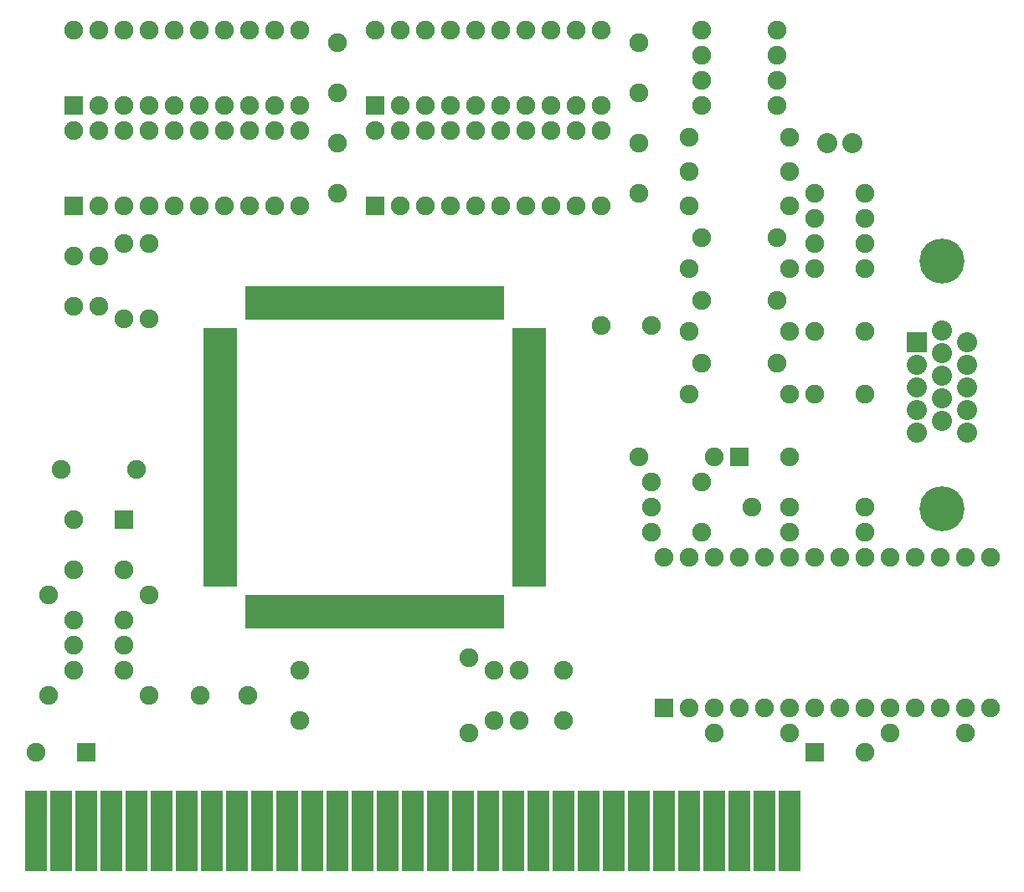
<source format=gts>
G04 #@! TF.FileFunction,Soldermask,Top*
%FSLAX46Y46*%
G04 Gerber Fmt 4.6, Leading zero omitted, Abs format (unit mm)*
G04 Created by KiCad (PCBNEW 4.0.2-stable) date 4/22/2016 8:04:33 PM*
%MOMM*%
G01*
G04 APERTURE LIST*
%ADD10C,0.150000*%
%ADD11R,1.905000X1.905000*%
%ADD12C,1.905000*%
%ADD13R,2.286000X8.128000*%
%ADD14C,4.556760*%
%ADD15R,2.032000X2.032000*%
%ADD16C,2.032000*%
%ADD17R,3.507740X0.858520*%
%ADD18R,0.858520X3.507740*%
%ADD19O,2.032000X2.032000*%
G04 APERTURE END LIST*
D10*
D11*
X167640000Y-118110000D03*
D12*
X170180000Y-118110000D03*
X172720000Y-118110000D03*
X175260000Y-118110000D03*
X177800000Y-118110000D03*
X180340000Y-118110000D03*
X182880000Y-118110000D03*
X185420000Y-118110000D03*
X187960000Y-118110000D03*
X190500000Y-118110000D03*
X193040000Y-118110000D03*
X195580000Y-118110000D03*
X198120000Y-118110000D03*
X200660000Y-118110000D03*
X200660000Y-102870000D03*
X198120000Y-102870000D03*
X195580000Y-102870000D03*
X193040000Y-102870000D03*
X190500000Y-102870000D03*
X187960000Y-102870000D03*
X185420000Y-102870000D03*
X182880000Y-102870000D03*
X180340000Y-102870000D03*
X177800000Y-102870000D03*
X175260000Y-102870000D03*
X172720000Y-102870000D03*
X170180000Y-102870000D03*
X167640000Y-102870000D03*
X113030000Y-78740000D03*
X113030000Y-71120000D03*
X171450000Y-52070000D03*
X179070000Y-52070000D03*
X179070000Y-57150000D03*
X171450000Y-57150000D03*
X180340000Y-120650000D03*
X172720000Y-120650000D03*
X171450000Y-54610000D03*
X179070000Y-54610000D03*
X165100000Y-92710000D03*
X172720000Y-92710000D03*
X171450000Y-70485000D03*
X179070000Y-70485000D03*
X171450000Y-76835000D03*
X179070000Y-76835000D03*
X171450000Y-83185000D03*
X179070000Y-83185000D03*
X147955000Y-120650000D03*
X147955000Y-113030000D03*
X115570000Y-78740000D03*
X115570000Y-71120000D03*
X198120000Y-120650000D03*
X190500000Y-120650000D03*
X187960000Y-97790000D03*
X180340000Y-97790000D03*
X187960000Y-100330000D03*
X180340000Y-100330000D03*
X171450000Y-49530000D03*
X179070000Y-49530000D03*
X106680000Y-93980000D03*
X114300000Y-93980000D03*
D11*
X138430000Y-57150000D03*
D12*
X140970000Y-57150000D03*
X143510000Y-57150000D03*
X146050000Y-57150000D03*
X148590000Y-57150000D03*
X151130000Y-57150000D03*
X153670000Y-57150000D03*
X156210000Y-57150000D03*
X158750000Y-57150000D03*
X161290000Y-57150000D03*
X161290000Y-49530000D03*
X158750000Y-49530000D03*
X156210000Y-49530000D03*
X153670000Y-49530000D03*
X151130000Y-49530000D03*
X148590000Y-49530000D03*
X146050000Y-49530000D03*
X143510000Y-49530000D03*
X140970000Y-49530000D03*
X138430000Y-49530000D03*
D11*
X107950000Y-57150000D03*
D12*
X110490000Y-57150000D03*
X113030000Y-57150000D03*
X115570000Y-57150000D03*
X118110000Y-57150000D03*
X120650000Y-57150000D03*
X123190000Y-57150000D03*
X125730000Y-57150000D03*
X128270000Y-57150000D03*
X130810000Y-57150000D03*
X130810000Y-49530000D03*
X128270000Y-49530000D03*
X125730000Y-49530000D03*
X123190000Y-49530000D03*
X120650000Y-49530000D03*
X118110000Y-49530000D03*
X115570000Y-49530000D03*
X113030000Y-49530000D03*
X110490000Y-49530000D03*
X107950000Y-49530000D03*
D11*
X138430000Y-67310000D03*
D12*
X140970000Y-67310000D03*
X143510000Y-67310000D03*
X146050000Y-67310000D03*
X148590000Y-67310000D03*
X151130000Y-67310000D03*
X153670000Y-67310000D03*
X156210000Y-67310000D03*
X158750000Y-67310000D03*
X161290000Y-67310000D03*
X161290000Y-59690000D03*
X158750000Y-59690000D03*
X156210000Y-59690000D03*
X153670000Y-59690000D03*
X151130000Y-59690000D03*
X148590000Y-59690000D03*
X146050000Y-59690000D03*
X143510000Y-59690000D03*
X140970000Y-59690000D03*
X138430000Y-59690000D03*
D11*
X107950000Y-67310000D03*
D12*
X110490000Y-67310000D03*
X113030000Y-67310000D03*
X115570000Y-67310000D03*
X118110000Y-67310000D03*
X120650000Y-67310000D03*
X123190000Y-67310000D03*
X125730000Y-67310000D03*
X128270000Y-67310000D03*
X130810000Y-67310000D03*
X130810000Y-59690000D03*
X128270000Y-59690000D03*
X125730000Y-59690000D03*
X123190000Y-59690000D03*
X120650000Y-59690000D03*
X118110000Y-59690000D03*
X115570000Y-59690000D03*
X113030000Y-59690000D03*
X110490000Y-59690000D03*
X107950000Y-59690000D03*
D11*
X113030000Y-99060000D03*
D12*
X107950000Y-99060000D03*
X161290000Y-79375000D03*
X166370000Y-79375000D03*
X166370000Y-100330000D03*
X171450000Y-100330000D03*
X165100000Y-66040000D03*
X165100000Y-60960000D03*
X134620000Y-66040000D03*
X134620000Y-60960000D03*
X134620000Y-55880000D03*
X134620000Y-50800000D03*
X113030000Y-104140000D03*
X107950000Y-104140000D03*
X113030000Y-109220000D03*
X107950000Y-109220000D03*
X166370000Y-95250000D03*
X171450000Y-95250000D03*
X107950000Y-114300000D03*
X113030000Y-114300000D03*
X113030000Y-111760000D03*
X107950000Y-111760000D03*
X182880000Y-71120000D03*
X187960000Y-71120000D03*
X157480000Y-114300000D03*
X157480000Y-119380000D03*
X153035000Y-114300000D03*
X153035000Y-119380000D03*
X150495000Y-114300000D03*
X150495000Y-119380000D03*
X107950000Y-72390000D03*
X107950000Y-77470000D03*
X110490000Y-72390000D03*
X110490000Y-77470000D03*
X182880000Y-73660000D03*
X187960000Y-73660000D03*
X182880000Y-86360000D03*
X187960000Y-86360000D03*
D13*
X180340000Y-130492500D03*
X177800000Y-130492500D03*
X175260000Y-130492500D03*
X172720000Y-130492500D03*
X170180000Y-130492500D03*
X167640000Y-130492500D03*
X165100000Y-130492500D03*
X162560000Y-130492500D03*
X160020000Y-130492500D03*
X157480000Y-130492500D03*
X154940000Y-130492500D03*
X152400000Y-130492500D03*
X149860000Y-130492500D03*
X147320000Y-130492500D03*
X144780000Y-130492500D03*
X142240000Y-130492500D03*
X139700000Y-130492500D03*
X137160000Y-130492500D03*
X134620000Y-130492500D03*
X132080000Y-130492500D03*
X129540000Y-130492500D03*
X127000000Y-130492500D03*
X124460000Y-130492500D03*
X121920000Y-130492500D03*
X119380000Y-130492500D03*
X116840000Y-130492500D03*
X114300000Y-130492500D03*
X111760000Y-130492500D03*
X109220000Y-130492500D03*
X106680000Y-130492500D03*
X104140000Y-130492500D03*
D14*
X195765420Y-97889060D03*
X195765420Y-72900540D03*
D15*
X193225420Y-81053940D03*
D16*
X193225420Y-83345020D03*
X193225420Y-85643720D03*
X193225420Y-87934800D03*
X193225420Y-90225880D03*
X195765420Y-86789260D03*
X195765420Y-84500720D03*
X195765420Y-82209640D03*
X195765420Y-79918560D03*
X195765420Y-89080340D03*
X198305420Y-81053940D03*
X198305420Y-83345020D03*
X198305420Y-85643720D03*
X198305420Y-87934800D03*
X198305420Y-90225880D03*
D17*
X154030680Y-105384600D03*
X154030680Y-104734360D03*
X154030680Y-104084120D03*
X154030680Y-103433880D03*
X154030680Y-102783640D03*
X154030680Y-102133400D03*
X154030680Y-101483160D03*
X154030680Y-100835460D03*
X154030680Y-100185220D03*
X154030680Y-99534980D03*
X154030680Y-98884740D03*
X154030680Y-98234500D03*
X154030680Y-97584260D03*
X154030680Y-96934020D03*
X154030680Y-96283780D03*
X154030680Y-95633540D03*
X154030680Y-94983300D03*
X154030680Y-94333060D03*
X154030680Y-93685360D03*
X154030680Y-93035120D03*
X154030680Y-92384880D03*
X154030680Y-91734640D03*
X154030680Y-91084400D03*
X154030680Y-90434160D03*
X154030680Y-89783920D03*
X154030680Y-89133680D03*
X154030680Y-88483440D03*
X154030680Y-87833200D03*
X154030680Y-87185500D03*
X154030680Y-86535260D03*
X154030680Y-85885020D03*
X154030680Y-85234780D03*
X154030680Y-84584540D03*
X154030680Y-83934300D03*
X154030680Y-83284060D03*
X154030680Y-82633820D03*
X154030680Y-81983580D03*
X154030680Y-81333340D03*
X154030680Y-80683100D03*
X154030680Y-80035400D03*
X122829320Y-80035400D03*
X122829320Y-80685640D03*
X122829320Y-81335880D03*
X122829320Y-81986120D03*
X122829320Y-82636360D03*
X122829320Y-83284060D03*
X122829320Y-83934300D03*
X122829320Y-84584540D03*
X122829320Y-85234780D03*
X122829320Y-85885020D03*
X122829320Y-86535260D03*
X122829320Y-87185500D03*
X122829320Y-87835740D03*
X122829320Y-88485980D03*
X122829320Y-89136220D03*
X122829320Y-89783920D03*
X122829320Y-90434160D03*
X122829320Y-91084400D03*
X122829320Y-91734640D03*
X122829320Y-92384880D03*
X122829320Y-93035120D03*
X122829320Y-93685360D03*
X122829320Y-94335600D03*
X122829320Y-94985840D03*
X122829320Y-95636080D03*
X122829320Y-96286320D03*
X122829320Y-96934020D03*
X122829320Y-97584260D03*
X122829320Y-98234500D03*
X122829320Y-98884740D03*
X122829320Y-99534980D03*
X122829320Y-100185220D03*
X122829320Y-100835460D03*
X122829320Y-101485700D03*
X122829320Y-102135940D03*
X122829320Y-102786180D03*
X122829320Y-103433880D03*
X122829320Y-104084120D03*
X122829320Y-104734360D03*
X122829320Y-105384600D03*
D18*
X138104880Y-77109320D03*
X137454640Y-77109320D03*
X136804400Y-77109320D03*
X136154160Y-77109320D03*
X135503920Y-77109320D03*
X134853680Y-77109320D03*
X134205980Y-77109320D03*
X133555740Y-77109320D03*
X132905500Y-77109320D03*
X132255260Y-77109320D03*
X131605020Y-77109320D03*
X130954780Y-77109320D03*
X130304540Y-77109320D03*
X129654300Y-77109320D03*
X129004060Y-77109320D03*
X128353820Y-77109320D03*
X127706120Y-77109320D03*
X127055880Y-77109320D03*
X126405640Y-77109320D03*
X125755400Y-77109320D03*
X151104600Y-77109320D03*
X150454360Y-77109320D03*
X149804120Y-77109320D03*
X149153880Y-77109320D03*
X148506180Y-77109320D03*
X147855940Y-77109320D03*
X147205700Y-77109320D03*
X146555460Y-77109320D03*
X145905220Y-77109320D03*
X145254980Y-77109320D03*
X144604740Y-77109320D03*
X143954500Y-77109320D03*
X143304260Y-77109320D03*
X142654020Y-77109320D03*
X142006320Y-77109320D03*
X141356080Y-77109320D03*
X140705840Y-77109320D03*
X140055600Y-77109320D03*
X139405360Y-77109320D03*
X125755400Y-108310680D03*
X126405640Y-108310680D03*
X127055880Y-108310680D03*
X127706120Y-108310680D03*
X128353820Y-108310680D03*
X129004060Y-108310680D03*
X129654300Y-108310680D03*
X130304540Y-108310680D03*
X130954780Y-108310680D03*
X131605020Y-108310680D03*
X132255260Y-108310680D03*
X132905500Y-108310680D03*
X133555740Y-108310680D03*
X134205980Y-108310680D03*
X134853680Y-108310680D03*
X135503920Y-108310680D03*
X136154160Y-108310680D03*
X136804400Y-108310680D03*
X137454640Y-108310680D03*
X138104880Y-108310680D03*
X138755120Y-108310680D03*
X139405360Y-108310680D03*
X140055600Y-108310680D03*
X140705840Y-108310680D03*
X141356080Y-108310680D03*
X142003780Y-108310680D03*
X142654020Y-108310680D03*
X143304260Y-108310680D03*
X143954500Y-108310680D03*
X144604740Y-108310680D03*
X145254980Y-108310680D03*
X145905220Y-108310680D03*
X146555460Y-108310680D03*
X147205700Y-108310680D03*
X147855940Y-108310680D03*
X148503640Y-108310680D03*
X149153880Y-108310680D03*
X149804120Y-108310680D03*
X150454360Y-108310680D03*
X151104600Y-108310680D03*
X138755120Y-77109320D03*
D12*
X125630940Y-116840000D03*
X120749060Y-116840000D03*
X165100000Y-55880000D03*
X165100000Y-50800000D03*
X130810000Y-114300000D03*
X130810000Y-119380000D03*
D11*
X109220000Y-122555000D03*
D12*
X104140000Y-122555000D03*
D11*
X182880000Y-122555000D03*
D12*
X187960000Y-122555000D03*
D11*
X175260000Y-92710000D03*
D12*
X180340000Y-92710000D03*
X182880000Y-80010000D03*
X187960000Y-80010000D03*
X182880000Y-68580000D03*
X187960000Y-68580000D03*
X182880000Y-66040000D03*
X187960000Y-66040000D03*
D19*
X184150000Y-60960000D03*
D16*
X186690000Y-60960000D03*
D12*
X170180000Y-73660000D03*
X180340000Y-73660000D03*
X170180000Y-80010000D03*
X180340000Y-80010000D03*
X170180000Y-86360000D03*
X180340000Y-86360000D03*
X180340000Y-60325000D03*
X170180000Y-60325000D03*
X180340000Y-63817500D03*
X170180000Y-63817500D03*
X180340000Y-67310000D03*
X170180000Y-67310000D03*
X115570000Y-106680000D03*
X105410000Y-106680000D03*
X105410000Y-116840000D03*
X115570000Y-116840000D03*
X166370000Y-97790000D03*
X176530000Y-97790000D03*
M02*

</source>
